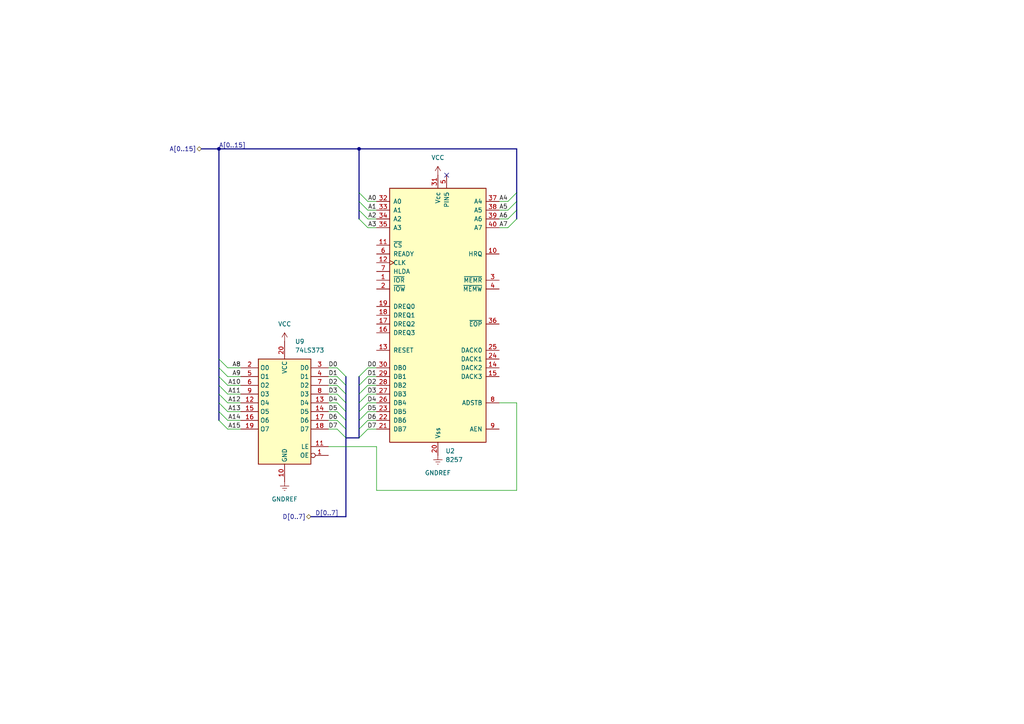
<source format=kicad_sch>
(kicad_sch (version 20231120) (generator "eeschema") (generator_version "8.0")
  (paper "A4")
  (lib_symbols
    (symbol "74xx:74LS373"
      (property "Reference" "U" (at -7.62 16.51 0))
      (property "Value" "74LS373" (at -7.62 -16.51 0))
      (symbol "74LS373_1_0"
        (pin input inverted (at -12.7 -12.7 0) (length 5.08) (name "OE") (number "1"))
        (pin power_in line (at 0 -20.32 90) (length 5.08) (name "GND") (number "10"))
        (pin input line (at -12.7 -10.16 0) (length 5.08) (name "LE") (number "11"))
        (pin tri_state line (at 12.7 2.54 180) (length 5.08) (name "O4") (number "12"))
        (pin input line (at -12.7 2.54 0) (length 5.08) (name "D4") (number "13"))
        (pin input line (at -12.7 0 0) (length 5.08) (name "D5") (number "14"))
        (pin tri_state line (at 12.7 0 180) (length 5.08) (name "O5") (number "15"))
        (pin tri_state line (at 12.7 -2.54 180) (length 5.08) (name "O6") (number "16"))
        (pin input line (at -12.7 -2.54 0) (length 5.08) (name "D6") (number "17"))
        (pin input line (at -12.7 -5.08 0) (length 5.08) (name "D7") (number "18"))
        (pin tri_state line (at 12.7 -5.08 180) (length 5.08) (name "O7") (number "19"))
        (pin tri_state line (at 12.7 12.7 180) (length 5.08) (name "O0") (number "2"))
        (pin power_in line (at 0 20.32 270) (length 5.08) (name "VCC") (number "20"))
        (pin input line (at -12.7 12.7 0) (length 5.08) (name "D0") (number "3"))
        (pin input line (at -12.7 10.16 0) (length 5.08) (name "D1") (number "4"))
        (pin tri_state line (at 12.7 10.16 180) (length 5.08) (name "O1") (number "5"))
        (pin tri_state line (at 12.7 7.62 180) (length 5.08) (name "O2") (number "6"))
        (pin input line (at -12.7 7.62 0) (length 5.08) (name "D2") (number "7"))
        (pin input line (at -12.7 5.08 0) (length 5.08) (name "D3") (number "8"))
        (pin tri_state line (at 12.7 5.08 180) (length 5.08) (name "O3") (number "9"))
      )
      (symbol "74LS373_1_1"
        (rectangle (start -7.62 15.24) (end 7.62 -15.24) (stroke (width 0.254)) (fill (type background)))
      )
    )
    (symbol "Interface:8237" (pin_names (offset 1.016))
      (property "Reference" "U" (at -13.97 38.1 0))
      (property "Value" "8237" (at 8.89 38.1 0))
      (symbol "8237_1_1"
        (rectangle (start -13.97 -36.83) (end 13.97 36.83) (stroke (width 0.254)) (fill (type background)))
        (pin bidirectional line (at -17.78 10.16 0) (length 3.81) (name "~{IOR}") (number "1"))
        (pin output line (at 17.78 17.78 180) (length 3.81) (name "HRQ") (number "10"))
        (pin input line (at -17.78 20.32 0) (length 3.81) (name "~{CS}") (number "11"))
        (pin input clock (at -17.78 15.24 0) (length 3.81) (name "CLK") (number "12"))
        (pin input line (at -17.78 -10.16 0) (length 3.81) (name "RESET") (number "13"))
        (pin output line (at 17.78 -15.24 180) (length 3.81) (name "DACK2") (number "14"))
        (pin output line (at 17.78 -17.78 180) (length 3.81) (name "DACK3") (number "15"))
        (pin input line (at -17.78 -5.08 0) (length 3.81) (name "DREQ3") (number "16"))
        (pin input line (at -17.78 -2.54 0) (length 3.81) (name "DREQ2") (number "17"))
        (pin input line (at -17.78 0 0) (length 3.81) (name "DREQ1") (number "18"))
        (pin input line (at -17.78 2.54 0) (length 3.81) (name "DREQ0") (number "19"))
        (pin bidirectional line (at -17.78 7.62 0) (length 3.81) (name "~{IOW}") (number "2"))
        (pin power_in line (at 0 -40.64 90) (length 3.81) (name "Vss") (number "20"))
        (pin bidirectional line (at -17.78 -33.02 0) (length 3.81) (name "DB7") (number "21"))
        (pin bidirectional line (at -17.78 -30.48 0) (length 3.81) (name "DB6") (number "22"))
        (pin bidirectional line (at -17.78 -27.94 0) (length 3.81) (name "DB5") (number "23"))
        (pin output line (at 17.78 -12.7 180) (length 3.81) (name "DACK1") (number "24"))
        (pin output line (at 17.78 -10.16 180) (length 3.81) (name "DACK0") (number "25"))
        (pin bidirectional line (at -17.78 -25.4 0) (length 3.81) (name "DB4") (number "26"))
        (pin bidirectional line (at -17.78 -22.86 0) (length 3.81) (name "DB3") (number "27"))
        (pin bidirectional line (at -17.78 -20.32 0) (length 3.81) (name "DB2") (number "28"))
        (pin bidirectional line (at -17.78 -17.78 0) (length 3.81) (name "DB1") (number "29"))
        (pin tri_state line (at 17.78 10.16 180) (length 3.81) (name "~{MEMR}") (number "3"))
        (pin bidirectional line (at -17.78 -15.24 0) (length 3.81) (name "DB0") (number "30"))
        (pin power_in line (at 0 40.64 270) (length 3.81) (name "Vcc") (number "31"))
        (pin bidirectional line (at -17.78 33.02 0) (length 3.81) (name "A0") (number "32"))
        (pin bidirectional line (at -17.78 30.48 0) (length 3.81) (name "A1") (number "33"))
        (pin bidirectional line (at -17.78 27.94 0) (length 3.81) (name "A2") (number "34"))
        (pin bidirectional line (at -17.78 25.4 0) (length 3.81) (name "A3") (number "35"))
        (pin bidirectional line (at 17.78 -2.54 180) (length 3.81) (name "~{EOP}") (number "36"))
        (pin tri_state line (at 17.78 33.02 180) (length 3.81) (name "A4") (number "37"))
        (pin tri_state line (at 17.78 30.48 180) (length 3.81) (name "A5") (number "38"))
        (pin tri_state line (at 17.78 27.94 180) (length 3.81) (name "A6") (number "39"))
        (pin tri_state line (at 17.78 7.62 180) (length 3.81) (name "~{MEMW}") (number "4"))
        (pin tri_state line (at 17.78 25.4 180) (length 3.81) (name "A7") (number "40"))
        (pin input line (at 2.54 40.64 270) (length 3.81) (name "PIN5") (number "5"))
        (pin input line (at -17.78 17.78 0) (length 3.81) (name "READY") (number "6"))
        (pin input line (at -17.78 12.7 0) (length 3.81) (name "HLDA") (number "7"))
        (pin output line (at 17.78 -25.4 180) (length 3.81) (name "ADSTB") (number "8"))
        (pin output line (at 17.78 -33.02 180) (length 3.81) (name "AEN") (number "9"))
      )
    )
    (symbol "power:GNDREF" (power) (pin_numbers hide) (pin_names (offset 0) hide)
      (property "Value" "GNDREF" (at 0 -3.81 0))
      (symbol "GNDREF_0_1"
        (polyline (pts (xy -0.635 -1.905) (xy 0.635 -1.905)))
        (polyline (pts (xy -0.127 -2.54) (xy 0.127 -2.54)))
        (polyline (pts (xy 0 -1.27) (xy 0 0)))
        (polyline (pts (xy 1.27 -1.27) (xy -1.27 -1.27)))
      )
      (symbol "GNDREF_1_1"
        (pin power_in line (at 0 0 270) (length 0) (name "~") (number "1"))
      )
    )
    (symbol "power:VCC" (power) (pin_numbers hide) (pin_names (offset 0) hide)
      (property "Value" "VCC" (at 0 3.556 0))
      (symbol "VCC_0_1"
        (polyline (pts (xy -0.762 1.27) (xy 0 2.54)))
        (polyline (pts (xy 0 0) (xy 0 2.54)))
        (polyline (pts (xy 0 2.54) (xy 0.762 1.27)))
      )
      (symbol "VCC_1_1"
        (pin power_in line (at 0 0 90) (length 0) (name "~") (number "1"))
      )
    )
  )
  (junction (at 63.5 43.18))
  (junction (at 104.14 43.18))
  (no_connect (at 129.54 50.8))
  (bus_entry (at 104.14 55.88) (size 2.54 2.54))
  (bus_entry (at 104.14 60.96) (size 2.54 2.54))
  (bus_entry (at 100.33 116.84) (size -2.54 -2.54))
  (bus_entry (at 63.5 114.3) (size 2.54 2.54))
  (bus_entry (at 63.5 119.38) (size 2.54 2.54))
  (bus_entry (at 104.14 124.46) (size 2.54 -2.54))
  (bus_entry (at 104.14 127) (size 2.54 -2.54))
  (bus_entry (at 147.32 63.5) (size 2.54 -2.54))
  (bus_entry (at 147.32 60.96) (size 2.54 -2.54))
  (bus_entry (at 63.5 116.84) (size 2.54 2.54))
  (bus_entry (at 63.5 106.68) (size 2.54 2.54))
  (bus_entry (at 100.33 119.38) (size -2.54 -2.54))
  (bus_entry (at 63.5 104.14) (size 2.54 2.54))
  (bus_entry (at 147.32 66.04) (size 2.54 -2.54))
  (bus_entry (at 100.33 109.22) (size -2.54 -2.54))
  (bus_entry (at 104.14 121.92) (size 2.54 -2.54))
  (bus_entry (at 63.5 121.92) (size 2.54 2.54))
  (bus_entry (at 104.14 58.42) (size 2.54 2.54))
  (bus_entry (at 100.33 124.46) (size -2.54 -2.54))
  (bus_entry (at 104.14 63.5) (size 2.54 2.54))
  (bus_entry (at 104.14 109.22) (size 2.54 -2.54))
  (bus_entry (at 104.14 116.84) (size 2.54 -2.54))
  (bus_entry (at 104.14 111.76) (size 2.54 -2.54))
  (bus_entry (at 104.14 114.3) (size 2.54 -2.54))
  (bus_entry (at 63.5 109.22) (size 2.54 2.54))
  (bus_entry (at 63.5 111.76) (size 2.54 2.54))
  (bus_entry (at 100.33 121.92) (size -2.54 -2.54))
  (bus_entry (at 100.33 111.76) (size -2.54 -2.54))
  (bus_entry (at 147.32 58.42) (size 2.54 -2.54))
  (bus_entry (at 104.14 119.38) (size 2.54 -2.54))
  (bus_entry (at 100.33 127) (size -2.54 -2.54))
  (bus_entry (at 100.33 114.3) (size -2.54 -2.54))
  (wire (pts (xy 66.04 109.22) (xy 69.85 109.22)))
  (wire (pts (xy 66.04 121.92) (xy 69.85 121.92)))
  (wire (pts (xy 106.68 109.22) (xy 109.22 109.22)))
  (bus (pts (xy 63.5 114.3) (xy 63.5 111.76)))
  (bus (pts (xy 149.86 58.42) (xy 149.86 60.96)))
  (bus (pts (xy 100.33 127) (xy 100.33 149.86)))
  (wire (pts (xy 97.79 121.92) (xy 95.25 121.92)))
  (wire (pts (xy 66.04 114.3) (xy 69.85 114.3)))
  (bus (pts (xy 63.5 121.92) (xy 63.5 119.38)))
  (bus (pts (xy 104.14 43.18) (xy 104.14 55.88)))
  (bus (pts (xy 149.86 60.96) (xy 149.86 63.5)))
  (bus (pts (xy 100.33 127) (xy 104.14 127)))
  (wire (pts (xy 144.78 66.04) (xy 147.32 66.04)))
  (bus (pts (xy 63.5 119.38) (xy 63.5 116.84)))
  (wire (pts (xy 106.68 124.46) (xy 109.22 124.46)))
  (wire (pts (xy 106.68 60.96) (xy 109.22 60.96)))
  (bus (pts (xy 100.33 119.38) (xy 100.33 121.92)))
  (wire (pts (xy 144.78 63.5) (xy 147.32 63.5)))
  (wire (pts (xy 106.68 106.68) (xy 109.22 106.68)))
  (wire (pts (xy 95.25 129.54) (xy 109.22 129.54)))
  (wire (pts (xy 106.68 63.5) (xy 109.22 63.5)))
  (bus (pts (xy 100.33 124.46) (xy 100.33 127)))
  (wire (pts (xy 106.68 111.76) (xy 109.22 111.76)))
  (bus (pts (xy 100.33 111.76) (xy 100.33 114.3)))
  (bus (pts (xy 104.14 119.38) (xy 104.14 116.84)))
  (bus (pts (xy 63.5 109.22) (xy 63.5 106.68)))
  (bus (pts (xy 104.14 43.18) (xy 149.86 43.18)))
  (bus (pts (xy 63.5 111.76) (xy 63.5 109.22)))
  (bus (pts (xy 149.86 43.18) (xy 149.86 55.88)))
  (bus (pts (xy 104.14 58.42) (xy 104.14 60.96)))
  (wire (pts (xy 106.68 114.3) (xy 109.22 114.3)))
  (bus (pts (xy 104.14 60.96) (xy 104.14 63.5)))
  (bus (pts (xy 100.33 149.86) (xy 90.17 149.86)))
  (bus (pts (xy 100.33 114.3) (xy 100.33 116.84)))
  (wire (pts (xy 97.79 106.68) (xy 95.25 106.68)))
  (wire (pts (xy 106.68 116.84) (xy 109.22 116.84)))
  (wire (pts (xy 144.78 58.42) (xy 147.32 58.42)))
  (bus (pts (xy 104.14 114.3) (xy 104.14 111.76)))
  (wire (pts (xy 106.68 121.92) (xy 109.22 121.92)))
  (wire (pts (xy 97.79 109.22) (xy 95.25 109.22)))
  (bus (pts (xy 104.14 111.76) (xy 104.14 109.22)))
  (bus (pts (xy 100.33 109.22) (xy 100.33 111.76)))
  (wire (pts (xy 106.68 58.42) (xy 109.22 58.42)))
  (wire (pts (xy 149.86 142.24) (xy 109.22 142.24)))
  (wire (pts (xy 106.68 119.38) (xy 109.22 119.38)))
  (bus (pts (xy 104.14 55.88) (xy 104.14 58.42)))
  (wire (pts (xy 144.78 116.84) (xy 149.86 116.84)))
  (wire (pts (xy 66.04 119.38) (xy 69.85 119.38)))
  (wire (pts (xy 149.86 116.84) (xy 149.86 142.24)))
  (wire (pts (xy 109.22 142.24) (xy 109.22 129.54)))
  (wire (pts (xy 97.79 114.3) (xy 95.25 114.3)))
  (wire (pts (xy 97.79 119.38) (xy 95.25 119.38)))
  (bus (pts (xy 104.14 116.84) (xy 104.14 114.3)))
  (wire (pts (xy 106.68 66.04) (xy 109.22 66.04)))
  (bus (pts (xy 104.14 127) (xy 104.14 124.46)))
  (bus (pts (xy 149.86 55.88) (xy 149.86 58.42)))
  (wire (pts (xy 97.79 116.84) (xy 95.25 116.84)))
  (wire (pts (xy 144.78 60.96) (xy 147.32 60.96)))
  (bus (pts (xy 58.42 43.18) (xy 63.5 43.18)))
  (bus (pts (xy 104.14 124.46) (xy 104.14 121.92)))
  (bus (pts (xy 100.33 116.84) (xy 100.33 119.38)))
  (wire (pts (xy 97.79 124.46) (xy 95.25 124.46)))
  (wire (pts (xy 66.04 106.68) (xy 69.85 106.68)))
  (bus (pts (xy 63.5 116.84) (xy 63.5 114.3)))
  (wire (pts (xy 97.79 111.76) (xy 95.25 111.76)))
  (bus (pts (xy 63.5 106.68) (xy 63.5 104.14)))
  (wire (pts (xy 66.04 124.46) (xy 69.85 124.46)))
  (bus (pts (xy 104.14 121.92) (xy 104.14 119.38)))
  (wire (pts (xy 66.04 111.76) (xy 69.85 111.76)))
  (wire (pts (xy 66.04 116.84) (xy 69.85 116.84)))
  (bus (pts (xy 63.5 43.18) (xy 104.14 43.18)))
  (bus (pts (xy 100.33 121.92) (xy 100.33 124.46)))
  (bus (pts (xy 63.5 104.14) (xy 63.5 43.18)))
  (label "A5" (at 144.78 60.96 0))
  (label "D0" (at 95.25 106.68 0))
  (label "A9" (at 69.85 109.22 180))
  (label "D3" (at 109.22 114.3 180))
  (label "D1" (at 109.22 109.22 180))
  (label "A0" (at 109.22 58.42 180))
  (label "D2" (at 109.22 111.76 180))
  (label "A14" (at 69.85 121.92 180))
  (label "A10" (at 69.85 111.76 180))
  (label "A[0..15]" (at 63.5 43.18 0))
  (label "A12" (at 69.85 116.84 180))
  (label "D5" (at 95.25 119.38 0))
  (label "A13" (at 69.85 119.38 180))
  (label "A7" (at 144.78 66.04 0))
  (label "D[0..7]" (at 91.44 149.86 0))
  (label "A2" (at 109.22 63.5 180))
  (label "D6" (at 109.22 121.92 180))
  (label "A15" (at 69.85 124.46 180))
  (label "A1" (at 109.22 60.96 180))
  (label "A6" (at 144.78 63.5 0))
  (label "D6" (at 95.25 121.92 0))
  (label "A11" (at 69.85 114.3 180))
  (label "D5" (at 109.22 119.38 180))
  (label "D7" (at 95.25 124.46 0))
  (label "D1" (at 95.25 109.22 0))
  (label "A8" (at 69.85 106.68 180))
  (label "D3" (at 95.25 114.3 0))
  (label "A4" (at 144.78 58.42 0))
  (label "D4" (at 95.25 116.84 0))
  (label "D7" (at 109.22 124.46 180))
  (label "D0" (at 109.22 106.68 180))
  (label "A3" (at 109.22 66.04 180))
  (label "D2" (at 95.25 111.76 0))
  (label "D4" (at 109.22 116.84 180))
  (hierarchical_label "D[0..7]" (shape bidirectional) (at 90.17 149.86 180))
  (hierarchical_label "A[0..15]" (shape bidirectional) (at 58.42 43.18 180))
  (symbol (lib_id "power:GNDREF") (at 127 132.08 0) (unit 1)
    (property "Reference" "#PWR08" (effects (hide yes)))
    (property "Value" "GNDREF" (at 127 137.16 0))
    (property "Description" "Power symbol creates a global label with name \"GNDREF\" , reference supply ground" (effects (hide yes)))
  )
  (symbol (lib_id "Interface:8237") (at 127 91.44 0) (unit 1)
    (property "Reference" "U2" (at 129.1941 130.81 0) (effects (justify left)))
    (property "Value" "8257" (at 129.1941 133.35 0) (effects (justify left)))
    (property "Footprint" "Package_DIP:DIP-40_W15.24mm" (effects (hide yes)))
    (property "Datasheet" "https://pdos.csail.mit.edu/6.828/2012/readings/hardware/8237A.pdf" (effects (hide yes)))
    (property "Description" "Programmable DMA Controller, PDIP-40" (effects (hide yes)))
  )
  (symbol (lib_id "power:VCC") (at 127 50.8 0) (unit 1)
    (property "Reference" "#PWR07" (effects (hide yes)))
    (property "Value" "VCC" (at 127 45.72 0))
    (property "Description" "Power symbol creates a global label with name \"VCC\"" (effects (hide yes)))
  )
  (symbol (lib_id "power:GNDREF") (at 82.55 139.7 0) (unit 1)
    (property "Reference" "#PWR09" (effects (hide yes)))
    (property "Value" "GNDREF" (at 82.55 144.78 0))
    (property "Description" "Power symbol creates a global label with name \"GNDREF\" , reference supply ground" (effects (hide yes)))
  )
  (symbol (lib_id "74xx:74LS373") (at 82.55 119.38 0) (mirror y) (unit 1)
    (property "Reference" "U9" (at 85.5665 99.06 0) (effects (justify right)))
    (property "Value" "74LS373" (at 85.5665 101.6 0) (effects (justify right)))
    (property "Datasheet" "http://www.ti.com/lit/gpn/sn74LS373" (effects (hide yes)))
    (property "Description" "8-bit Latch, 3-state outputs" (effects (hide yes)))
  )
  (symbol (lib_id "power:VCC") (at 82.55 99.06 0) (unit 1)
    (property "Reference" "#PWR010" (effects (hide yes)))
    (property "Value" "VCC" (at 82.55 93.98 0))
    (property "Description" "Power symbol creates a global label with name \"VCC\"" (effects (hide yes)))
  )
)
</source>
